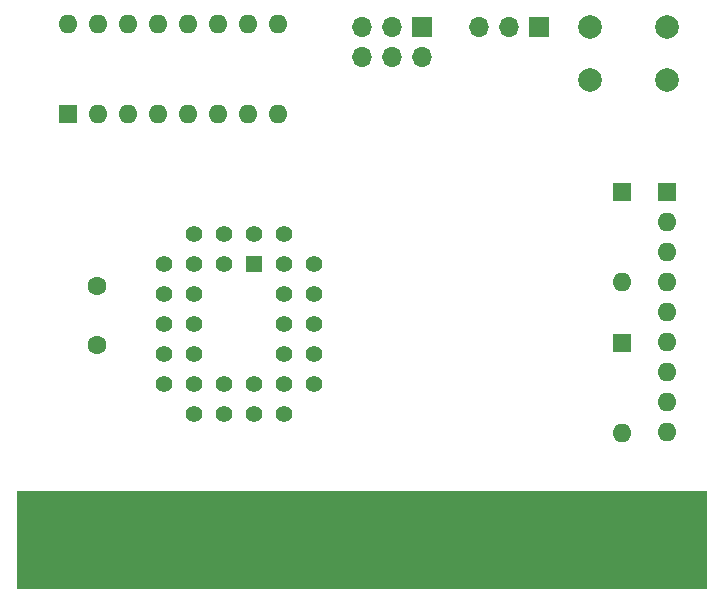
<source format=gbr>
%TF.GenerationSoftware,KiCad,Pcbnew,8.0.2*%
%TF.CreationDate,2024-09-02T19:20:55+02:00*%
%TF.ProjectId,c64-megacart,6336342d-6d65-4676-9163-6172742e6b69,rev?*%
%TF.SameCoordinates,Original*%
%TF.FileFunction,Soldermask,Top*%
%TF.FilePolarity,Negative*%
%FSLAX46Y46*%
G04 Gerber Fmt 4.6, Leading zero omitted, Abs format (unit mm)*
G04 Created by KiCad (PCBNEW 8.0.2) date 2024-09-02 19:20:55*
%MOMM*%
%LPD*%
G01*
G04 APERTURE LIST*
%ADD10C,1.600000*%
%ADD11C,2.000000*%
%ADD12R,58.420000X8.300000*%
%ADD13R,1.524000X8.000000*%
%ADD14R,1.600000X1.600000*%
%ADD15O,1.600000X1.600000*%
%ADD16R,1.700000X1.700000*%
%ADD17O,1.700000X1.700000*%
%ADD18R,1.422400X1.422400*%
%ADD19C,1.422400*%
G04 APERTURE END LIST*
D10*
%TO.C,C1*%
X29845000Y-51435000D03*
X29845000Y-56435000D03*
%TD*%
D11*
%TO.C,SW1*%
X71628000Y-29464000D03*
X78128000Y-29464000D03*
X71628000Y-33964000D03*
X78128000Y-33964000D03*
%TD*%
D12*
%TO.C,U1*%
X52324000Y-72898000D03*
D13*
X25654000Y-72769726D03*
X28194000Y-72769726D03*
X30734000Y-72769726D03*
X33274000Y-72769726D03*
X35814000Y-72769726D03*
X38354000Y-72769726D03*
X40894000Y-72769726D03*
X43434000Y-72769726D03*
X45974000Y-72769726D03*
X48514000Y-72769726D03*
X51054000Y-72769726D03*
X53594000Y-72769726D03*
X56134000Y-72769726D03*
X58674000Y-72769726D03*
X61214000Y-72769726D03*
X63754000Y-72769726D03*
X66294000Y-72769726D03*
X68834000Y-72769726D03*
X71374000Y-72769726D03*
X73914000Y-72769726D03*
X76454000Y-72769726D03*
X78994000Y-72769726D03*
%TD*%
D14*
%TO.C,RN1*%
X78105000Y-43434000D03*
D15*
X78105000Y-45974000D03*
X78105000Y-48514000D03*
X78105000Y-51054000D03*
X78105000Y-53594000D03*
X78105000Y-56134000D03*
X78105000Y-58674000D03*
X78105000Y-61214000D03*
X78105000Y-63754000D03*
%TD*%
D14*
%TO.C,D1*%
X74295000Y-43434000D03*
D15*
X74295000Y-51054000D03*
%TD*%
D14*
%TO.C,D2*%
X74295000Y-56261000D03*
D15*
X74295000Y-63881000D03*
%TD*%
D16*
%TO.C,J1*%
X57404000Y-29464000D03*
D17*
X57404000Y-32004000D03*
X54864000Y-29464000D03*
X54864000Y-32004000D03*
X52324000Y-29464000D03*
X52324000Y-32004000D03*
%TD*%
D16*
%TO.C,J2*%
X67310000Y-29464000D03*
D17*
X64770000Y-29464000D03*
X62230000Y-29464000D03*
%TD*%
D14*
%TO.C,SW2*%
X27432000Y-36830000D03*
D15*
X29972000Y-36830000D03*
X32512000Y-36830000D03*
X35052000Y-36830000D03*
X37592000Y-36830000D03*
X40132000Y-36830000D03*
X42672000Y-36830000D03*
X45212000Y-36830000D03*
X45212000Y-29210000D03*
X42672000Y-29210000D03*
X40132000Y-29210000D03*
X37592000Y-29210000D03*
X35052000Y-29210000D03*
X32512000Y-29210000D03*
X29972000Y-29210000D03*
X27432000Y-29210000D03*
%TD*%
D18*
%TO.C,U2*%
X43180000Y-49530000D03*
D19*
X40640000Y-46990000D03*
X40640000Y-49530000D03*
X38100000Y-46990000D03*
X35560000Y-49530000D03*
X38100000Y-49530000D03*
X35560000Y-52070000D03*
X38100000Y-52070000D03*
X35560000Y-54610000D03*
X38100000Y-54610000D03*
X35560000Y-57150000D03*
X38100000Y-57150000D03*
X35560000Y-59690000D03*
X38100000Y-62230000D03*
X38100000Y-59690000D03*
X40640000Y-62230000D03*
X40640000Y-59690000D03*
X43180000Y-62230000D03*
X43180000Y-59690000D03*
X45720000Y-62230000D03*
X48260000Y-59690000D03*
X45720000Y-59690000D03*
X48260000Y-57150000D03*
X45720000Y-57150000D03*
X48260000Y-54610000D03*
X45720000Y-54610000D03*
X48260000Y-52070000D03*
X45720000Y-52070000D03*
X48260000Y-49530000D03*
X45720000Y-46990000D03*
X45720000Y-49530000D03*
X43180000Y-46990000D03*
%TD*%
M02*

</source>
